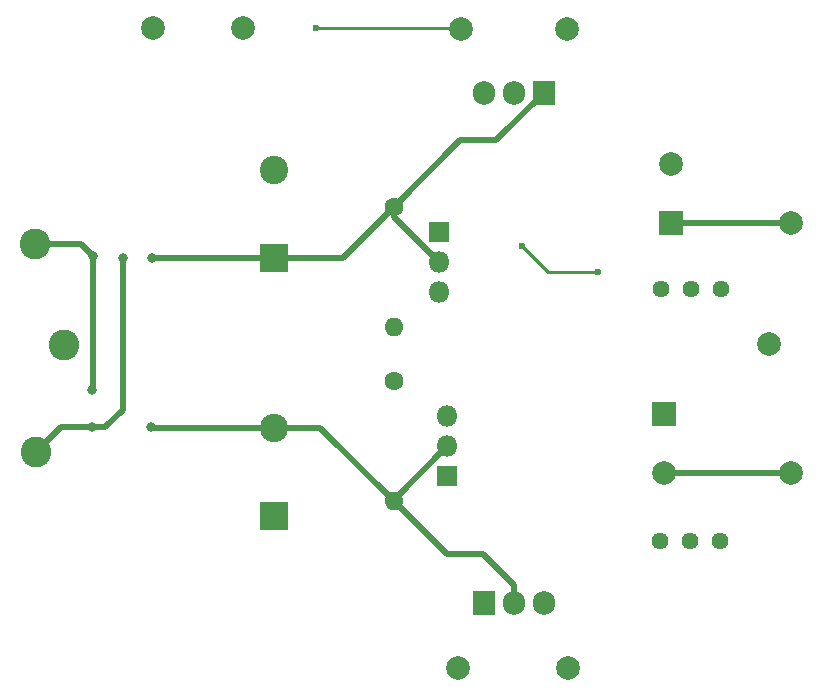
<source format=gbr>
G04 #@! TF.GenerationSoftware,KiCad,Pcbnew,(5.1.10-0-10_14)*
G04 #@! TF.CreationDate,2021-10-17T20:39:04+02:00*
G04 #@! TF.ProjectId,lv-lownoise-psu,6c762d6c-6f77-46e6-9f69-73652d707375,rev?*
G04 #@! TF.SameCoordinates,Original*
G04 #@! TF.FileFunction,Copper,L2,Bot*
G04 #@! TF.FilePolarity,Positive*
%FSLAX46Y46*%
G04 Gerber Fmt 4.6, Leading zero omitted, Abs format (unit mm)*
G04 Created by KiCad (PCBNEW (5.1.10-0-10_14)) date 2021-10-17 20:39:04*
%MOMM*%
%LPD*%
G01*
G04 APERTURE LIST*
G04 #@! TA.AperFunction,ComponentPad*
%ADD10C,2.000000*%
G04 #@! TD*
G04 #@! TA.AperFunction,ComponentPad*
%ADD11R,2.000000X2.000000*%
G04 #@! TD*
G04 #@! TA.AperFunction,ComponentPad*
%ADD12O,1.600000X1.600000*%
G04 #@! TD*
G04 #@! TA.AperFunction,ComponentPad*
%ADD13C,1.600000*%
G04 #@! TD*
G04 #@! TA.AperFunction,ComponentPad*
%ADD14O,1.800000X1.800000*%
G04 #@! TD*
G04 #@! TA.AperFunction,ComponentPad*
%ADD15R,1.800000X1.800000*%
G04 #@! TD*
G04 #@! TA.AperFunction,ComponentPad*
%ADD16O,1.905000X2.000000*%
G04 #@! TD*
G04 #@! TA.AperFunction,ComponentPad*
%ADD17R,1.905000X2.000000*%
G04 #@! TD*
G04 #@! TA.AperFunction,ComponentPad*
%ADD18C,2.400000*%
G04 #@! TD*
G04 #@! TA.AperFunction,ComponentPad*
%ADD19R,2.400000X2.400000*%
G04 #@! TD*
G04 #@! TA.AperFunction,ComponentPad*
%ADD20C,1.440000*%
G04 #@! TD*
G04 #@! TA.AperFunction,ComponentPad*
%ADD21C,2.600000*%
G04 #@! TD*
G04 #@! TA.AperFunction,ViaPad*
%ADD22C,0.800000*%
G04 #@! TD*
G04 #@! TA.AperFunction,ViaPad*
%ADD23C,0.600000*%
G04 #@! TD*
G04 #@! TA.AperFunction,Conductor*
%ADD24C,0.500000*%
G04 #@! TD*
G04 #@! TA.AperFunction,Conductor*
%ADD25C,0.250000*%
G04 #@! TD*
G04 APERTURE END LIST*
D10*
X137160000Y-69024500D03*
D11*
X137160000Y-64024500D03*
D10*
X137795000Y-42815500D03*
D11*
X137795000Y-47815500D03*
D10*
X119761000Y-85471000D03*
X129032000Y-85471000D03*
X128968500Y-31369000D03*
X120015000Y-31369000D03*
X93916500Y-31305500D03*
X101536500Y-31305500D03*
X147955000Y-69024500D03*
X146113500Y-58039000D03*
X147955000Y-47815500D03*
D12*
X114300000Y-71374000D03*
D13*
X114300000Y-61214000D03*
D12*
X114300000Y-56642000D03*
D13*
X114300000Y-46482000D03*
D14*
X118808500Y-64198500D03*
X118808500Y-66738500D03*
D15*
X118808500Y-69278500D03*
D14*
X118110000Y-53657500D03*
X118110000Y-51117500D03*
D15*
X118110000Y-48577500D03*
D16*
X127000000Y-80010000D03*
X124460000Y-80010000D03*
D17*
X121920000Y-80010000D03*
D16*
X121920000Y-36830000D03*
X124460000Y-36830000D03*
D17*
X127000000Y-36830000D03*
D18*
X104140000Y-65151000D03*
D19*
X104140000Y-72651000D03*
D18*
X104140000Y-43300000D03*
D19*
X104140000Y-50800000D03*
D20*
X141922500Y-74739500D03*
X139382500Y-74739500D03*
X136842500Y-74739500D03*
X141986000Y-53403500D03*
X139446000Y-53403500D03*
X136906000Y-53403500D03*
D21*
X83921600Y-49631600D03*
X86360000Y-58166000D03*
X83972400Y-67259200D03*
D22*
X93827600Y-50800000D03*
X88849200Y-50647600D03*
X88726000Y-61997600D03*
X93726000Y-65125600D03*
D23*
X107759500Y-31305500D03*
D22*
X88747600Y-65125600D03*
X91338400Y-50800000D03*
D23*
X131572000Y-51943000D03*
X125188500Y-49750500D03*
D24*
X109982000Y-50800000D02*
X114300000Y-46482000D01*
X104140000Y-50800000D02*
X109982000Y-50800000D01*
X114300000Y-47307500D02*
X114300000Y-46482000D01*
X118110000Y-51117500D02*
X114300000Y-47307500D01*
X114300000Y-46482000D02*
X119951500Y-40830500D01*
X122999500Y-40830500D02*
X127000000Y-36830000D01*
X119951500Y-40830500D02*
X122999500Y-40830500D01*
X104140000Y-50800000D02*
X93827600Y-50800000D01*
X87833200Y-49631600D02*
X88849200Y-50647600D01*
X83921600Y-49631600D02*
X87833200Y-49631600D01*
X88849200Y-61874400D02*
X88726000Y-61997600D01*
X88849200Y-50647600D02*
X88849200Y-61874400D01*
X108077000Y-65151000D02*
X114300000Y-71374000D01*
X104140000Y-65151000D02*
X108077000Y-65151000D01*
X114300000Y-71247000D02*
X114300000Y-71374000D01*
X118808500Y-66738500D02*
X114300000Y-71247000D01*
X114300000Y-71374000D02*
X118808500Y-75882500D01*
X124460000Y-78510000D02*
X124460000Y-80010000D01*
X121832500Y-75882500D02*
X124460000Y-78510000D01*
X118808500Y-75882500D02*
X121832500Y-75882500D01*
X93751400Y-65151000D02*
X93726000Y-65125600D01*
X104140000Y-65151000D02*
X93751400Y-65151000D01*
D25*
X119951500Y-31305500D02*
X120015000Y-31369000D01*
X107759500Y-31305500D02*
X119951500Y-31305500D01*
D24*
X137795000Y-47815500D02*
X147955000Y-47815500D01*
X137160000Y-69024500D02*
X147955000Y-69024500D01*
X83972400Y-67259200D02*
X86106000Y-65125600D01*
X86106000Y-65125600D02*
X88747600Y-65125600D01*
X88747600Y-65125600D02*
X89865200Y-65125600D01*
X91338400Y-63652400D02*
X91338400Y-50800000D01*
X89865200Y-65125600D02*
X91338400Y-63652400D01*
D25*
X127381000Y-51943000D02*
X125188500Y-49750500D01*
X131572000Y-51943000D02*
X127381000Y-51943000D01*
M02*

</source>
